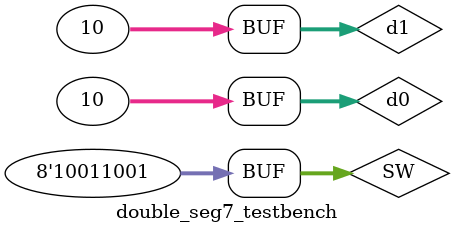
<source format=sv>
module double_seg7 (
    output logic [6:0] HEX0, HEX1
	 ,input logic [7:0] SW
	 );
	 
	 // Connect digit 0 (SW 3-0) to HEX 0 display
	 seg7 d0 (.leds(HEX0), .bcd(SW[3:0]));
	 
	 // Connect digit 1 (SW 7-4) to HEX 1 display
	 seg7 d1 (.leds(HEX1), .bcd(SW[7:4]));
	 
endmodule  // double_seg7

module double_seg7_testbench();

    logic [6:0] HEX0, HEX1;
	logic [7:0] SW;
	 
	double_seg7 dut (.HEX0, .HEX1, .SW);
	 
	 integer d1, d0;
	 initial begin
	     for (d1 = 0; d1 < 10; d1++) begin
		    for (d0 = 0; d0 < 10; d0++) begin
				SW[7:4] = d1;
				SW[3:0] = d0;
				#10;
			end
		end
	 end
endmodule  // double_seg7_testbench
</source>
